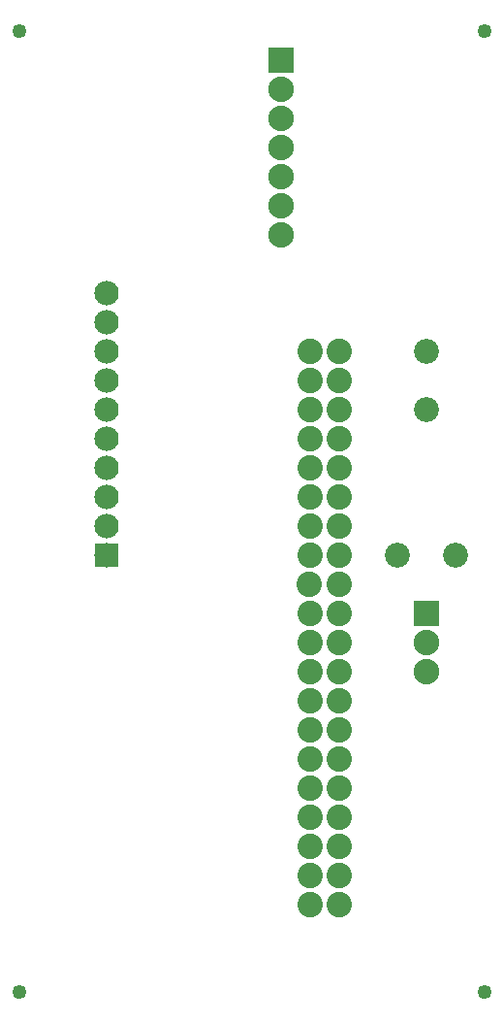
<source format=gbs>
G04 MADE WITH FRITZING*
G04 WWW.FRITZING.ORG*
G04 DOUBLE SIDED*
G04 HOLES PLATED*
G04 CONTOUR ON CENTER OF CONTOUR VECTOR*
%ASAXBY*%
%FSLAX23Y23*%
%MOIN*%
%OFA0B0*%
%SFA1.0B1.0*%
%ADD10C,0.087444*%
%ADD11C,0.084000*%
%ADD12C,0.088000*%
%ADD13C,0.085433*%
%ADD14C,0.049370*%
%ADD15R,0.084000X0.084000*%
%ADD16R,0.088000X0.088000*%
%LNMASK0*%
G90*
G70*
G54D10*
X5263Y2771D03*
X5263Y2671D03*
X5263Y2571D03*
X5263Y2471D03*
X5263Y2371D03*
X5263Y2271D03*
X5263Y2171D03*
X5263Y2071D03*
X5262Y1971D03*
X5263Y1871D03*
X5263Y1771D03*
X5263Y1671D03*
X5263Y1571D03*
X5263Y1471D03*
X5263Y1371D03*
X5263Y1271D03*
X5263Y1172D03*
X5263Y1071D03*
X5263Y971D03*
X5263Y871D03*
X5363Y871D03*
X5363Y971D03*
X5363Y1071D03*
X5363Y1172D03*
X5363Y1271D03*
X5363Y1371D03*
X5363Y1471D03*
X5363Y1571D03*
X5363Y1671D03*
X5363Y1771D03*
X5363Y1871D03*
X5363Y1971D03*
X5363Y2071D03*
X5363Y2171D03*
X5363Y2271D03*
X5363Y2371D03*
X5363Y2471D03*
X5363Y2571D03*
X5363Y2671D03*
X5363Y2771D03*
G54D11*
X4563Y2071D03*
X4563Y2171D03*
X4563Y2271D03*
X4563Y2371D03*
X4563Y2471D03*
X4563Y2571D03*
X4563Y2671D03*
X4563Y2771D03*
X4563Y2871D03*
X4563Y2971D03*
G54D12*
X5163Y3771D03*
X5163Y3671D03*
X5163Y3571D03*
X5163Y3471D03*
X5163Y3371D03*
X5163Y3271D03*
X5163Y3171D03*
X5663Y1871D03*
X5663Y1771D03*
X5663Y1671D03*
G54D13*
X5663Y2571D03*
X5663Y2771D03*
G54D14*
X5863Y571D03*
X5863Y3871D03*
X4263Y3871D03*
X4263Y571D03*
G54D13*
X5563Y2071D03*
X5763Y2071D03*
G54D15*
X4563Y2071D03*
G54D16*
X5163Y3771D03*
X5663Y1871D03*
G04 End of Mask0*
M02*
</source>
